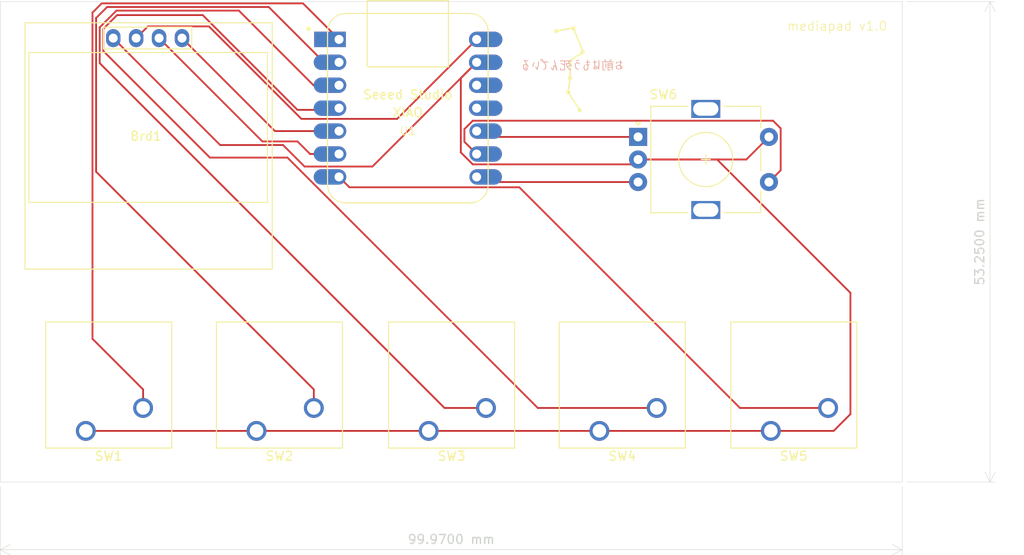
<source format=kicad_pcb>
(kicad_pcb (version 20240108) (generator "pcbnew") (generator_version "8.0")
  (layers (0 "F.Cu" signal) (31 "B.Cu" signal) (34 "B.Paste" user) (35 "F.Paste" user) (36 "B.SilkS" user "B.Silkscreen") (37 "F.SilkS" user "F.Silkscreen") (38 "B.Mask" user) (39 "F.Mask" user) (44 "Edge.Cuts" user))
  (net 0 "")
  (net 1 "GND")
  (net 2 "SDA")
  (net 3 "+5V")
  (net 4 "SCL")
  (net 5 "Net-(U1-PA02_A0_D0)")
  (net 6 "Net-(U1-PA5_A9_D9_MISO)")
  (net 7 "Net-(U1-PA7_A8_D8_SCK)")
  (net 8 "Net-(U1-PB09_A7_D7_RX)")
  (net 9 "Net-(U1-PB08_A6_D6_TX)")
  (net 10 "Net-(U1-PA10_A2_D2)")
  (net 11 "Net-(U1-PA4_A1_D1)")
  (net 12 "Net-(U1-PA11_A3_D3)")
  (footprint "Button_Switch_Keyboard:SW_Cherry_MX_1.00u_PCB" (layer "F.Cu") (at 184.46 125.08 180)
    (property "Reference" "SW4" (at -2.54 -2.794 0) (layer "F.SilkS"))
    (property "Value" "SW_Push")
    (fp_line (start 4.445 12.065) (end -9.525 12.065) (stroke (width 0.12)) (layer "F.SilkS"))
    (fp_line (start 4.445 -1.905) (end 4.445 12.065) (stroke (width 0.12)) (layer "F.SilkS"))
    (fp_line (start -9.525 12.065) (end -9.525 -1.905) (stroke (width 0.12)) (layer "F.SilkS"))
    (fp_line (start -9.525 -1.905) (end 4.445 -1.905) (stroke (width 0.12)) (layer "F.SilkS"))
    (pad "" np_thru_hole circle (at -7.62 5.08 180) (size 1.7 1.7) (drill 1.7) (layers "*.Cu" "*.Mask"))
    (pad "" np_thru_hole circle (at -2.54 5.08 180) (size 4 4) (drill 4) (layers "*.Cu" "*.Mask"))
    (pad "" np_thru_hole circle (at 2.54 5.08 180) (size 1.7 1.7) (drill 1.7) (layers "*.Cu" "*.Mask"))
    (pad "1" thru_hole circle (at 0 0 180) (size 2.2 2.2) (drill 1.5) (layers "*.Cu" "*.Mask") (net 1 "GND"))
    (pad "2" thru_hole circle (at -6.35 2.54 180) (size 2.2 2.2) (drill 1.5) (layers "*.Cu" "*.Mask") (net 12 "Net-(U1-PA11_A3_D3)"))
  )
  (footprint "Button_Switch_Keyboard:SW_Cherry_MX_1.00u_PCB" (layer "F.Cu") (at 127.54 125.08 180)
    (property "Reference" "SW1" (at -2.54 -2.794 0) (layer "F.SilkS"))
    (property "Value" "SW_Push")
    (fp_line (start 4.445 12.065) (end -9.525 12.065) (stroke (width 0.12)) (layer "F.SilkS"))
    (fp_line (start 4.445 -1.905) (end 4.445 12.065) (stroke (width 0.12)) (layer "F.SilkS"))
    (fp_line (start -9.525 12.065) (end -9.525 -1.905) (stroke (width 0.12)) (layer "F.SilkS"))
    (fp_line (start -9.525 -1.905) (end 4.445 -1.905) (stroke (width 0.12)) (layer "F.SilkS"))
    (pad "" np_thru_hole circle (at -7.62 5.08 180) (size 1.7 1.7) (drill 1.7) (layers "*.Cu" "*.Mask"))
    (pad "" np_thru_hole circle (at -2.54 5.08 180) (size 4 4) (drill 4) (layers "*.Cu" "*.Mask"))
    (pad "" np_thru_hole circle (at 2.54 5.08 180) (size 1.7 1.7) (drill 1.7) (layers "*.Cu" "*.Mask"))
    (pad "1" thru_hole circle (at 0 0 180) (size 2.2 2.2) (drill 1.5) (layers "*.Cu" "*.Mask") (net 1 "GND"))
    (pad "2" thru_hole circle (at -6.35 2.54 180) (size 2.2 2.2) (drill 1.5) (layers "*.Cu" "*.Mask") (net 5 "Net-(U1-PA02_A0_D0)"))
  )
  (footprint "Rotary_Encoder:RotaryEncoder_Alps_EC11E-Switch_Vertical_H20mm" (layer "F.Cu") (at 188.75 92.5)
    (property "Reference" "SW6" (at 2.8 -4.7 0) (layer "F.SilkS"))
    (property "Value" "RotaryEncoder_Switch")
    (fp_line (start -0.3 -1.6) (end 0.3 -1.6) (stroke (width 0.12)) (layer "F.SilkS"))
    (fp_line (start 0 -1.3) (end -0.3 -1.6) (stroke (width 0.12)) (layer "F.SilkS"))
    (fp_line (start 0.3 -1.6) (end 0 -1.3) (stroke (width 0.12)) (layer "F.SilkS"))
    (fp_line (start 1.4 -3.4) (end 1.4 8.4) (stroke (width 0.12)) (layer "F.SilkS"))
    (fp_line (start 5.5 -3.4) (end 1.4 -3.4) (stroke (width 0.12)) (layer "F.SilkS"))
    (fp_line (start 5.5 8.4) (end 1.4 8.4) (stroke (width 0.12)) (layer "F.SilkS"))
    (fp_line (start 7 2.5) (end 8 2.5) (stroke (width 0.12)) (layer "F.SilkS"))
    (fp_line (start 7.5 2) (end 7.5 3) (stroke (width 0.12)) (layer "F.SilkS"))
    (fp_line (start 9.5 -3.4) (end 13.6 -3.4) (stroke (width 0.12)) (layer "F.SilkS"))
    (fp_line (start 13.6 -3.4) (end 13.6 -1) (stroke (width 0.12)) (layer "F.SilkS"))
    (fp_line (start 13.6 1.2) (end 13.6 3.8) (stroke (width 0.12)) (layer "F.SilkS"))
    (fp_line (start 13.6 6) (end 13.6 8.4) (stroke (width 0.12)) (layer "F.SilkS"))
    (fp_line (start 13.6 8.4) (end 9.5 8.4) (stroke (width 0.12)) (layer "F.SilkS"))
    (fp_circle (center 7.5 2.5) (end 10.5 2.5) (stroke (width 0.12)) (fill none) (layer "F.SilkS"))
    (pad "A" thru_hole rect (at 0 0) (size 2 2) (drill 1) (layers "*.Cu" "*.Mask") (net 6 "Net-(U1-PA5_A9_D9_MISO)"))
    (pad "B" thru_hole circle (at 0 5) (size 2 2) (drill 1) (layers "*.Cu" "*.Mask") (net 8 "Net-(U1-PB09_A7_D7_RX)"))
    (pad "C" thru_hole circle (at 0 2.5) (size 2 2) (drill 1) (layers "*.Cu" "*.Mask") (net 1 "GND"))
    (pad "MP" thru_hole rect (at 7.5 -3.1) (size 3.2 2) (drill oval 2.8 1.5) (layers "*.Cu" "*.Mask"))
    (pad "MP" thru_hole rect (at 7.5 8.1) (size 3.2 2) (drill oval 2.8 1.5) (layers "*.Cu" "*.Mask"))
    (pad "S1" thru_hole circle (at 14.5 5) (size 2 2) (drill 1) (layers "*.Cu" "*.Mask") (net 7 "Net-(U1-PA7_A8_D8_SCK)"))
    (pad "S2" thru_hole circle (at 14.5 0) (size 2 2) (drill 1) (layers "*.Cu" "*.Mask") (net 1 "GND"))
  )
  (footprint "Button_Switch_Keyboard:SW_Cherry_MX_1.00u_PCB" (layer "F.Cu") (at 165.54 125.08 180)
    (property "Reference" "SW3" (at -2.54 -2.794 0) (layer "F.SilkS"))
    (property "Value" "SW_Push")
    (fp_line (start 4.445 12.065) (end -9.525 12.065) (stroke (width 0.12)) (layer "F.SilkS"))
    (fp_line (start 4.445 -1.905) (end 4.445 12.065) (stroke (width 0.12)) (layer "F.SilkS"))
    (fp_line (start -9.525 12.065) (end -9.525 -1.905) (stroke (width 0.12)) (layer "F.SilkS"))
    (fp_line (start -9.525 -1.905) (end 4.445 -1.905) (stroke (width 0.12)) (layer "F.SilkS"))
    (pad "" np_thru_hole circle (at -7.62 5.08 180) (size 1.7 1.7) (drill 1.7) (layers "*.Cu" "*.Mask"))
    (pad "" np_thru_hole circle (at -2.54 5.08 180) (size 4 4) (drill 4) (layers "*.Cu" "*.Mask"))
    (pad "" np_thru_hole circle (at 2.54 5.08 180) (size 1.7 1.7) (drill 1.7) (layers "*.Cu" "*.Mask"))
    (pad "1" thru_hole circle (at 0 0 180) (size 2.2 2.2) (drill 1.5) (layers "*.Cu" "*.Mask") (net 1 "GND"))
    (pad "2" thru_hole circle (at -6.35 2.54 180) (size 2.2 2.2) (drill 1.5) (layers "*.Cu" "*.Mask") (net 10 "Net-(U1-PA10_A2_D2)"))
  )
  (footprint "SSD1306:128x64OLED" (layer "F.Cu") (at 134.2 92.15)
    (property "Reference" "Brd1" (at 0 0.254 0) (layer "F.SilkS"))
    (property "Value" "SSD1306")
    (fp_line (start -13.4 -12.3) (end 14 -12.3) (stroke (width 0.12)) (layer "F.SilkS"))
    (fp_line (start -13.4 15) (end -13.4 -12.3) (stroke (width 0.12)) (layer "F.SilkS"))
    (fp_line (start -12.978 -9.005) (end 10.122 -9.005) (stroke (width 0.12)) (layer "F.SilkS"))
    (fp_line (start -12.978 7.595) (end -12.978 -9.005) (stroke (width 0.12)) (layer "F.SilkS"))
    (fp_line (start -4.699 -11.811) (end -4.699 -9.398) (stroke (width 0.12)) (layer "F.SilkS"))
    (fp_line (start -4.699 -11.811) (end 5.08 -11.811) (stroke (width 0.12)) (layer "F.SilkS"))
    (fp_line (start 5.08 -11.811) (end 5.08 -9.398) (stroke (width 0.12)) (layer "F.SilkS"))
    (fp_line (start 5.08 -9.398) (end -4.699 -9.398) (stroke (width 0.12)) (layer "F.SilkS"))
    (fp_line (start 10.122 -9.005) (end 13.208 -9.005) (stroke (width 0.12)) (layer "F.SilkS"))
    (fp_line (start 10.122 7.595) (end -12.978 7.595) (stroke (width 0.12)) (layer "F.SilkS"))
    (fp_line (start 10.122 7.595) (end 13.462 7.62) (stroke (width 0.12)) (layer "F.SilkS"))
    (fp_line (start 13.462 -9.017) (end 13.208 -9.005) (stroke (width 0.12)) (layer "F.SilkS"))
    (fp_line (start 13.462 7.62) (end 13.462 -9.017) (stroke (width 0.12)) (layer "F.SilkS"))
    (fp_line (start 14 -12.3) (end 14 15) (stroke (width 0.12)) (layer "F.SilkS"))
    (fp_line (start 14 15) (end -13.4 15) (stroke (width 0.12)) (layer "F.SilkS"))
    (pad "1" thru_hole oval (at -3.62 -10.6 90) (size 2 1.6) (drill 1) (layers "*.Cu" "*.Mask") (net 1 "GND"))
    (pad "2" thru_hole oval (at -1.08 -10.6 90) (size 2 1.6) (drill 1) (layers "*.Cu" "*.Mask") (net 3 "+5V"))
    (pad "3" thru_hole oval (at 1.46 -10.6 90) (size 2 1.6) (drill 1) (layers "*.Cu" "*.Mask") (net 4 "SCL"))
    (pad "4" thru_hole oval (at 4 -10.6 90) (size 2 1.6) (drill 1) (layers "*.Cu" "*.Mask") (net 2 "SDA"))
  )
  (footprint "Seeed Studio XIAO Series Library:XIAO-Generic-Hybrid-14P-2.54-21X17.8MM" (layer "F.Cu") (at 163.229 89.31253)
    (property "Reference" "U1" (at 0 2.54 0) (layer "F.SilkS") (effects (font (size 0.889 0.889) (thickness 0.1016))))
    (property "Value" "MOUDLE-SEEEDUINO-XIAO" (hide yes))
    (fp_line (start -8.9 -8.5) (end -8.9 8.5) (stroke (width 0.127)) (layer "F.SilkS"))
    (fp_line (start -6.9 10.5) (end 6.9 10.5) (stroke (width 0.127)) (layer "F.SilkS"))
    (fp_line (start -4.5 -11.92403) (end 4.5 -11.92403) (stroke (width 0.127)) (layer "F.SilkS"))
    (fp_line (start -4.5 -4.57073) (end -4.5 -11.92403) (stroke (width 0.127)) (layer "F.SilkS"))
    (fp_line (start 4.5 -11.92403) (end 4.5 -4.57073) (stroke (width 0.127)) (layer "F.SilkS"))
    (fp_line (start 4.5 -4.57073) (end -4.5 -4.57073) (stroke (width 0.127)) (layer "F.SilkS"))
    (fp_line (start 6.9 -10.49909) (end -6.9 -10.49909) (stroke (width 0.127)) (layer "F.SilkS"))
    (fp_line (start 8.9 8.5) (end 8.9 -8.5) (stroke (width 0.127)) (layer "F.SilkS"))
    (fp_arc (start -8.9 -8.5) (mid -8.301491 -9.901491) (end -6.9 -10.5) (stroke (width 0.12)) (layer "F.SilkS"))
    (fp_arc (start -6.9 10.5) (mid -8.301423 9.901423) (end -8.9 8.5) (stroke (width 0.12)) (layer "F.SilkS"))
    (fp_arc (start 6.9 -10.5) (mid 8.301494 -9.901494) (end 8.9 -8.5) (stroke (width 0.12)) (layer "F.SilkS"))
    (fp_arc (start 8.9 8.5) (mid 8.314214 9.914214) (end 6.9 10.5) (stroke (width 0.12)) (layer "F.SilkS"))
    (fp_circle (center -11 -8.8) (end -11 -9.054) (fill solid) (layer "F.SilkS"))
    (fp_poly (pts (xy -8.887715 -8.561705) (xy -8.884667 -8.610473) (xy -8.880603 -8.659494)) (stroke (width 0.0254)) (fill none) (layer "F.SilkS"))
    (fp_poly (pts (xy 8.889492 8.521574) (xy 8.887713 8.57085) (xy 8.884665 8.619618) (xy 8.880601 8.668639) (xy 8.875268 8.717407) (xy 8.868664 8.766175) (xy 8.861044 8.81469) (xy 8.852153 8.86295) (xy 8.842248 8.910955)) (stroke (width 0.0254)) (fill none) (layer "F.SilkS"))
    (fp_text user "XIAO" (at 0 0.5 0) (layer "F.SilkS"))
    (fp_text user "Seeed Studio" (at 0 -1.5 0) (layer "F.SilkS"))
    (pad "1" thru_hole rect (at -7.625 -7.62) (size 3.5 1.7) (drill 1 (offset -1 0)) (layers "*.Cu" "*.Mask") (net 5 "Net-(U1-PA02_A0_D0)"))
    (pad "2" thru_hole oval (at -7.625 -5.08) (size 3.6 1.7) (drill 1 (offset -1 0)) (layers "*.Cu" "*.Mask") (net 11 "Net-(U1-PA4_A1_D1)"))
    (pad "3" thru_hole oval (at -7.625 -2.54) (size 3.6 1.7) (drill 1 (offset -1 0)) (layers "*.Cu" "*.Mask") (net 10 "Net-(U1-PA10_A2_D2)"))
    (pad "4" thru_hole oval (at -7.625 0) (size 3.6 1.7) (drill 1 (offset -1 0)) (layers "*.Cu" "*.Mask") (net 12 "Net-(U1-PA11_A3_D3)"))
    (pad "5" thru_hole oval (at -7.625 2.54) (size 3.6 1.7) (drill 1 (offset -1 0)) (layers "*.Cu" "*.Mask") (net 2 "SDA"))
    (pad "6" thru_hole oval (at -7.625 5.08 180) (size 3.6 1.7) (drill 1 (offset 1 0)) (layers "*.Cu" "*.Mask") (net 4 "SCL"))
    (pad "7" thru_hole oval (at -7.625 7.62) (size 3.6 1.7) (drill 1 (offset -1 0)) (layers "*.Cu" "*.Mask") (net 9 "Net-(U1-PB08_A6_D6_TX)"))
    (pad "8" thru_hole oval (at 7.625 7.62) (size 3.6 1.7) (drill 1 (offset 1 0)) (layers "*.Cu" "*.Mask") (net 8 "Net-(U1-PB09_A7_D7_RX)"))
    (pad "9" thru_hole oval (at 7.625 5.08) (size 3.6 1.7) (drill 1 (offset 1 0)) (layers "*.Cu" "*.Mask") (net 7 "Net-(U1-PA7_A8_D8_SCK)"))
    (pad "10" thru_hole oval (at 7.625 2.54) (size 3.6 1.7) (drill 1 (offset 1 0)) (layers "*.Cu" "*.Mask") (net 6 "Net-(U1-PA5_A9_D9_MISO)"))
    (pad "11" thru_hole oval (at 7.625 0) (size 3.7 1.7) (drill 1 (offset 1 0)) (layers "*.Cu" "*.Mask"))
    (pad "12" thru_hole oval (at 7.625 -2.54) (size 3.7 1.7) (drill 1 (offset 1 0)) (layers "*.Cu" "*.Mask"))
    (pad "13" thru_hole oval (at 7.625 -5.08) (size 3.7 1.7) (drill 1 (offset 1 0)) (layers "*.Cu" "*.Mask") (net 1 "GND"))
    (pad "14" thru_hole oval (at 7.625 -7.62) (size 3.7 1.7) (drill 1 (offset 1 0)) (layers "*.Cu" "*.Mask") (net 3 "+5V"))
  )
  (footprint "graphics:dipper" (layer "F.Cu") (at 183.488038 81.796655 90)
    (property "Reference" "G***" (hide yes))
    (property "Value" "LOGO" (hide yes))
    (fp_poly (pts (xy 1.124394 -4.004377) (xy 1.207131 -3.937448) (xy 1.249175 -3.842273) (xy 1.247203 -3.73788) (xy 1.197893 -3.643298) (xy 1.189079 -3.633952) (xy 1.177069 -3.613637) (xy 1.171607 -3.578029) (xy 1.173564 -3.52015) (xy 1.183811 -3.433023) (xy 1.20322 -3.309671) (xy 1.232661 -3.143118) (xy 1.273006 -2.926385) (xy 1.285965 -2.857914) (xy 1.330747 -2.624854) (xy 1.367134 -2.443845) (xy 1.397048 -2.307565) (xy 1.422411 -2.208693) (xy 1.445145 -2.139909) (xy 1.46717 -2.093892) (xy 1.49041 -2.063321) (xy 1.49598 -2.057844) (xy 1.554484 -1.970881) (xy 1.565178 -1.877434) (xy 1.536867 -1.788729) (xy 1.478354 -1.71599) (xy 1.398445 -1.670443) (xy 1.305943 -1.663311) (xy 1.216168 -1.701108) (xy 1.196916 -1.710766) (xy 1.170228 -1.714242) (xy 1.130737 -1.709689) (xy 1.073078 -1.695256) (xy 0.991888 -1.669095) (xy 0.8818 -1.629356) (xy 0.737451 -1.57419) (xy 0.553475 -1.501748) (xy 0.324507 -1.41018) (xy 0.045183 -1.297639) (xy 0.042666 -1.296623) (xy -0.201181 -1.197329) (xy -0.427125 -1.103682) (xy -0.629126 -1.018308) (xy -0.801141 -0.943834) (xy -0.937129 -0.882888) (xy -1.031048 -0.838097) (xy -1.076856 -0.812088) (xy -1.080338 -0.808266) (xy -1.133557 -0.725269) (xy -1.220391 -0.674437) (xy -1.321216 -0.660207) (xy -1.416407 -0.687012) (xy -1.460604 -0.722331) (xy -1.498615 -0.79228) (xy -1.520218 -0.884452) (xy -1.5211 -0.895581) (xy -1.53961 -0.961184) (xy -1.585909 -1.062584) (xy -1.654007 -1.190394) (xy -1.737915 -1.335232) (xy -1.831642 -1.48771) (xy -1.929199 -1.638445) (xy -2.024596 -1.778051) (xy -2.111843 -1.897144) (xy -2.18495 -1.986337) (xy -2.237927 -2.036247) (xy -2.253678 -2.043401) (xy -2.324807 -2.075102) (xy -2.357446 -2.107054) (xy -2.374131 -2.123834) (xy -2.402718 -2.137259) (xy -2.45032 -2.147999) (xy -2.524051 -2.156723) (xy -2.631025 -2.164101) (xy -2.778357 -2.170803) (xy -2.97316 -2.177499) (xy -3.166912 -2.183271) (xy -3.938451 -2.205429) (xy -4.016729 -2.127151) (xy -4.113165 -2.061439) (xy -4.210618 -2.055959) (xy -4.308804 -2.110698) (xy -4.342684 -2.143433) (xy -4.375688 -2.177014) (xy -4.409429 -2.202773) (xy -4.453301 -2.223096) (xy -4.516698 -2.240372) (xy -4.609016 -2.256989) (xy -4.73965 -2.275335) (xy -4.917995 -2.297797) (xy -4.97998 -2.305422) (xy -5.528944 -2.372851) (xy -5.595541 -2.312191) (xy -5.655219 -2.272922) (xy -5.729143 -2.2631) (xy -5.791389 -2.268889) (xy -5.828431 -2.272793) (xy -5.864341 -2.271681) (xy -5.90509 -2.262274) (xy -5.956646 -2.24129) (xy -6.024977 -2.205448) (xy -6.116053 -2.151469) (xy -6.235843 -2.076072) (xy -6.390315 -1.975975) (xy -6.585438 -1.847898) (xy -6.726631 -1.754857) (xy -6.956885 -1.60235) (xy -7.140871 -1.478687) (xy -7.283213 -1.380437) (xy -7.388529 -1.304167) (xy -7.461443 -1.246446) (xy -7.506575 -1.20384) (xy -7.528547 -1.17292) (xy -7.532622 -1.156269) (xy -7.559562 -1.075777) (xy -7.62842 -1.012096) (xy -7.721254 -0.975099) (xy -7.820122 -0.974662) (xy -7.847642 -0.982892) (xy -7.905657 -1.031566) (xy -7.951209 -1.113383) (xy -7.971868 -1.201222) (xy -7.967502 -1.244388) (xy -7.921659 -1.342306) (xy -7.850573 -1.395602) (xy -7.74173 -1.412068) (xy -7.699933 -1.410996) (xy -7.656497 -1.409492) (xy -7.616161 -1.412133) (xy -7.57274 -1.422291) (xy -7.520051 -1.443336) (xy -7.451912 -1.478637) (xy -7.362138 -1.531566) (xy -7.244546 -1.605493) (xy -7.092953 -1.703788) (xy -6.901177 -1.829821) (xy -6.756762 -1.925101) (xy -6.528524 -2.076479) (xy -6.346555 -2.199041) (xy -6.206225 -2.296233) (xy -6.102904 -2.371503) (xy -6.031963 -2.428296) (xy -5.988773 -2.470059) (xy -5.968706 -2.500238) (xy -5.965836 -2.513931) (xy -5.939267 -2.593171) (xy -5.872722 -2.662975) (xy -5.785948 -2.705857) (xy -5.742472 -2.711743) (xy -5.647643 -2.682004) (xy -5.568552 -2.61537) (xy -5.534987 -2.581035) (xy -5.501227 -2.55483) (xy -5.457796 -2.534328) (xy -5.395223 -2.517106) (xy -5.304032 -2.500738) (xy -5.174751 -2.482802) (xy -4.997905 -2.460871) (xy -4.935169 -2.453272) (xy -4.742487 -2.430201) (xy -4.600642 -2.414385) (xy -4.500665 -2.405687) (xy -4.433586 -2.403972) (xy -4.390436 -2.409103) (xy -4.362246 -2.420946) (xy -4.340045 -2.439364) (xy -4.33517 -2.444189) (xy -4.248029 -2.492802) (xy -4.142476 -2.499068) (xy -4.041823 -2.464118) (xy -3.997019 -2.427759) (xy -3.974802 -2.405305) (xy -3.949827 -2.387762) (xy -3.914548 -2.374266) (xy -3.861418 -2.363952) (xy -3.782893 -2.355956) (xy -3.671426 -2.349414) (xy -3.519471 -2.343461) (xy -3.319483 -2.337232) (xy -3.168754 -2.332873) (xy -2.922539 -2.326444) (xy -2.72964 -2.323045) (xy -2.58318 -2.322825) (xy -2.476282 -2.325936) (xy -2.40207 -2.33253) (xy -2.353668 -2.342755) (xy -2.33318 -2.351212) (xy -2.2378 -2.376782) (xy -2.154223 -2.355348) (xy -2.098376 -2.293783) (xy -2.085135 -2.244177) (xy -2.065743 -2.189125) (xy -2.016697 -2.09195) (xy -1.942318 -1.960301) (xy -1.846923 -1.801826) (xy -1.736681 -1.627046) (xy -1.621605 -1.449374) (xy -1.533444 -1.316609) (xy -1.467217 -1.222532) (xy -1.417939 -1.160922) (xy -1.380628 -1.125561) (xy -1.350302 -1.11023) (xy -1.321976 -1.10871) (xy -1.321421 -1.108774) (xy -1.242854 -1.096802) (xy -1.174578 -1.060212) (xy -1.103477 -1.002637) (xy -0.003899 -1.446705) (xy 0.279463 -1.561548) (xy 0.511669 -1.656724) (xy 0.697687 -1.734509) (xy 0.842485 -1.797177) (xy 0.95103 -1.847006) (xy 1.028292 -1.88627) (xy 1.079237 -1.917245) (xy 1.108834 -1.942208) (xy 1.121654 -1.96229) (xy 1.166976 -2.038352) (xy 1.208792 -2.08082) (xy 1.22781 -2.09685) (xy 1.24092 -2.116523) (xy 1.247383 -2.147315) (xy 1.24646 -2.196702) (xy 1.237411 -2.272159) (xy 1.219496 -2.38116) (xy 1.191977 -2.531181) (xy 1.154114 -2.729698) (xy 1.134546 -2.831428) (xy 1.091539 -3.053647) (xy 1.057431 -3.224415) (xy 1.029937 -3.351497) (xy 1.006776 -3.442656) (xy 0.985664 -3.505656) (xy 0.964319 -3.548262) (xy 0.940459 -3.578237) (xy 0.9118 -3.603345) (xy 0.90633 -3.607654) (xy 0.835434 -3.692292) (xy 0.81106 -3.787214) (xy 0.82651 -3.880236) (xy 0.875088 -3.959175) (xy 0.950097 -4.011849) (xy 1.04484 -4.026075)) (fill solid) (layer "F.SilkS"))
  )
  (footprint "Button_Switch_Keyboard:SW_Cherry_MX_1.00u_PCB" (layer "F.Cu") (at 146.46 125.08 180)
    (property "Reference" "SW2" (at -2.54 -2.794 0) (layer "F.SilkS"))
    (property "Value" "SW_Push")
    (fp_line (start 4.445 12.065) (end -9.525 12.065) (stroke (width 0.12)) (layer "F.SilkS"))
    (fp_line (start 4.445 -1.905) (end 4.445 12.065) (stroke (width 0.12)) (layer "F.SilkS"))
    (fp_line (start -9.525 12.065) (end -9.525 -1.905) (stroke (width 0.12)) (layer "F.SilkS"))
    (fp_line (start -9.525 -1.905) (end 4.445 -1.905) (stroke (width 0.12)) (layer "F.SilkS"))
    (pad "" np_thru_hole circle (at -7.62 5.08 180) (size 1.7 1.7) (drill 1.7) (layers "*.Cu" "*.Mask"))
    (pad "" np_thru_hole circle (at -2.54 5.08 180) (size 4 4) (drill 4) (layers "*.Cu" "*.Mask"))
    (pad "" np_thru_hole circle (at 2.54 5.08 180) (size 1.7 1.7) (drill 1.7) (layers "*.Cu" "*.Mask"))
    (pad "1" thru_hole circle (at 0 0 180) (size 2.2 2.2) (drill 1.5) (layers "*.Cu" "*.Mask") (net 1 "GND"))
    (pad "2" thru_hole circle (at -6.35 2.54 180) (size 2.2 2.2) (drill 1.5) (layers "*.Cu" "*.Mask") (net 11 "Net-(U1-PA4_A1_D1)"))
  )
  (footprint "Button_Switch_Keyboard:SW_Cherry_MX_1.00u_PCB" (layer "F.Cu") (at 203.46 125.08 180)
    (property "Reference" "SW5" (at -2.54 -2.794 0) (layer "F.SilkS"))
    (property "Value" "SW_Push")
    (fp_line (start 4.445 12.065) (end -9.525 12.065) (stroke (width 0.12)) (layer "F.SilkS"))
    (fp_line (start 4.445 -1.905) (end 4.445 12.065) (stroke (width 0.12)) (layer "F.SilkS"))
    (fp_line (start -9.525 12.065) (end -9.525 -1.905) (stroke (width 0.12)) (layer "F.SilkS"))
    (fp_line (start -9.525 -1.905) (end 4.445 -1.905) (stroke (width 0.12)) (layer "F.SilkS"))
    (pad "" np_thru_hole circle (at -7.62 5.08 180) (size 1.7 1.7) (drill 1.7) (layers "*.Cu" "*.Mask"))
    (pad "" np_thru_hole circle (at -2.54 5.08 180) (size 4 4) (drill 4) (layers "*.Cu" "*.Mask"))
    (pad "" np_thru_hole circle (at 2.54 5.08 180) (size 1.7 1.7) (drill 1.7) (layers "*.Cu" "*.Mask"))
    (pad "1" thru_hole circle (at 0 0 180) (size 2.2 2.2) (drill 1.5) (layers "*.Cu" "*.Mask") (net 1 "GND"))
    (pad "2" thru_hole circle (at -6.35 2.54 180) (size 2.2 2.2) (drill 1.5) (layers "*.Cu" "*.Mask") (net 9 "Net-(U1-PB08_A6_D6_TX)"))
  )
  (gr_rect (start 118.055 77.5) (end 218.025 130.75) (stroke (width 0.05)) (fill none) (layer "Edge.Cuts"))
  (gr_text "お前はもう死んでいる" (at 187.2 85.2 0) (layer "B.SilkS") (effects (font (size 1 1) (thickness 0.1)) (justify left bottom mirror)))
  (gr_text "mediapad v1.0" (at 205.2 80.8 0) (layer "F.SilkS") (effects (font (size 1 1) (thickness 0.1)) (justify left bottom)))
  (dimension (type aligned) (layer "Edge.Cuts") (pts (xy 118.055 130.75) (xy 218.025 130.75)) (height 7.5) (gr_text "99.9700 mm" (at 168.04 137.1 0) (layer "Edge.Cuts") (effects (font (size 1 1) (thickness 0.15)))) (format (prefix "") (suffix "") (units 3) (units_format 1) (precision 4)) (style (thickness 0.05) (arrow_length 1.27) (text_position_mode 0) (extension_height 0.58642) (extension_offset 0.5) keep_text_aligned))
  (dimension (type aligned) (layer "Edge.Cuts") (pts (xy 218.025 130.75) (xy 218.025 77.5)) (height 9.725) (gr_text "53.2500 mm" (at 226.6 104.125 90) (layer "Edge.Cuts") (effects (font (size 1 1) (thickness 0.15)))) (format (prefix "") (suffix "") (units 3) (units_format 1) (precision 4)) (style (thickness 0.05) (arrow_length 1.27) (text_position_mode 0) (extension_height 0.58642) (extension_offset 0.5) keep_text_aligned))
  (segment (start 212.28 123.22) (end 210.42 125.08) (width 0.2) (layer "F.Cu") (net 1))
  (segment (start 188.20747 95.54253) (end 170.427654 95.54253) (width 0.2) (layer "F.Cu") (net 1))
  (segment (start 165.54 125.08) (end 184.46 125.08) (width 0.2) (layer "F.Cu") (net 1))
  (segment (start 184.46 125.08) (end 203.46 125.08) (width 0.2) (layer "F.Cu") (net 1))
  (segment (start 197.5 95) (end 212.28 109.78) (width 0.2) (layer "F.Cu") (net 1))
  (segment (start 169.1 85.98653) (end 170.854 84.23253) (width 0.2) (layer "F.Cu") (net 1))
  (segment (start 142.43 93.4) (end 149.4 93.4) (width 0.2) (layer "F.Cu") (net 1))
  (segment (start 170.427654 95.54253) (end 169.1 94.214876) (width 0.2) (layer "F.Cu") (net 1))
  (segment (start 159.304 95.78253) (end 170.854 84.23253) (width 0.2) (layer "F.Cu") (net 1))
  (segment (start 169.1 94.214876) (end 169.1 85.98653) (width 0.2) (layer "F.Cu") (net 1))
  (segment (start 149.4 93.4) (end 151.78253 95.78253) (width 0.2) (layer "F.Cu") (net 1))
  (segment (start 203.25 92.5) (end 200.75 95) (width 0.2) (layer "F.Cu") (net 1))
  (segment (start 130.58 81.55) (end 142.43 93.4) (width 0.2) (layer "F.Cu") (net 1))
  (segment (start 210.42 125.08) (end 203.46 125.08) (width 0.2) (layer "F.Cu") (net 1))
  (segment (start 151.78253 95.78253) (end 159.304 95.78253) (width 0.2) (layer "F.Cu") (net 1))
  (segment (start 212.28 109.78) (end 212.28 123.22) (width 0.2) (layer "F.Cu") (net 1))
  (segment (start 188.75 95) (end 197.5 95) (width 0.2) (layer "F.Cu") (net 1))
  (segment (start 200.75 95) (end 188.75 95) (width 0.2) (layer "F.Cu") (net 1))
  (segment (start 188.75 95) (end 188.20747 95.54253) (width 0.2) (layer "F.Cu") (net 1))
  (segment (start 146.46 125.08) (end 165.54 125.08) (width 0.2) (layer "F.Cu") (net 1))
  (segment (start 127.54 125.08) (end 146.46 125.08) (width 0.2) (layer "F.Cu") (net 1))
  (segment (start 138.2 81.55) (end 148.50253 91.85253) (width 0.2) (layer "F.Cu") (net 2))
  (segment (start 148.50253 91.85253) (end 155.604 91.85253) (width 0.2) (layer "F.Cu") (net 2))
  (segment (start 151.434314 90.5) (end 162.04653 90.5) (width 0.2) (layer "F.Cu") (net 3))
  (segment (start 162.04653 90.5) (end 170.854 81.69253) (width 0.2) (layer "F.Cu") (net 3))
  (segment (start 134.42 80.25) (end 141.184314 80.25) (width 0.2) (layer "F.Cu") (net 3))
  (segment (start 141.184314 80.25) (end 151.434314 90.5) (width 0.2) (layer "F.Cu") (net 3))
  (segment (start 133.12 81.55) (end 134.42 80.25) (width 0.2) (layer "F.Cu") (net 3))
  (segment (start 135.66 81.55) (end 147.11 93) (width 0.2) (layer "F.Cu") (net 4))
  (segment (start 151 93) (end 152.39253 94.39253) (width 0.2) (layer "F.Cu") (net 4))
  (segment (start 152.39253 94.39253) (end 155.604 94.39253) (width 0.2) (layer "F.Cu") (net 4))
  (segment (start 147.11 93) (end 151 93) (width 0.2) (layer "F.Cu") (net 4))
  (segment (start 151.61147 77.7) (end 155.604 81.69253) (width 0.2) (layer "F.Cu") (net 5))
  (segment (start 133.89 120.486598) (end 128.28 114.876598) (width 0.2) (layer "F.Cu") (net 5))
  (segment (start 128.28 114.876598) (end 128.28 78.72) (width 0.2) (layer "F.Cu") (net 5))
  (segment (start 133.89 122.54) (end 133.89 120.486598) (width 0.2) (layer "F.Cu") (net 5))
  (segment (start 128.28 78.72) (end 129.3 77.7) (width 0.2) (layer "F.Cu") (net 5))
  (segment (start 129.3 77.7) (end 151.61147 77.7) (width 0.2) (layer "F.Cu") (net 5))
  (segment (start 171.50147 92.5) (end 170.854 91.85253) (width 0.2) (layer "F.Cu") (net 6))
  (segment (start 188.75 92.5) (end 171.50147 92.5) (width 0.2) (layer "F.Cu") (net 6))
  (segment (start 169.5 91.630184) (end 169.5 93.03853) (width 0.2) (layer "F.Cu") (net 7))
  (segment (start 203.70253 90.70253) (end 170.427654 90.70253) (width 0.2) (layer "F.Cu") (net 7))
  (segment (start 169.5 93.03853) (end 170.854 94.39253) (width 0.2) (layer "F.Cu") (net 7))
  (segment (start 203.25 97.5) (end 204.55 96.2) (width 0.2) (layer "F.Cu") (net 7))
  (segment (start 204.55 96.2) (end 204.55 91.55) (width 0.2) (layer "F.Cu") (net 7))
  (segment (start 204.55 91.55) (end 203.70253 90.70253) (width 0.2) (layer "F.Cu") (net 7))
  (segment (start 170.427654 90.70253) (end 169.5 91.630184) (width 0.2) (layer "F.Cu") (net 7))
  (segment (start 188.75 97.5) (end 171.42147 97.5) (width 0.2) (layer "F.Cu") (net 8))
  (segment (start 171.42147 97.5) (end 170.854 96.93253) (width 0.2) (layer "F.Cu") (net 8))
  (segment (start 200.04 122.54) (end 175.58253 98.08253) (width 0.2) (layer "F.Cu") (net 9))
  (segment (start 209.81 122.54) (end 200.04 122.54) (width 0.2) (layer "F.Cu") (net 9))
  (segment (start 175.58253 98.08253) (end 156.754 98.08253) (width 0.2) (layer "F.Cu") (net 9))
  (segment (start 156.754 98.08253) (end 155.604 96.93253) (width 0.2) (layer "F.Cu") (net 9))
  (segment (start 144.5 78.5) (end 152.77253 86.77253) (width 0.2) (layer "F.Cu") (net 10))
  (segment (start 167.296598 122.54) (end 129.08 84.323402) (width 0.2) (layer "F.Cu") (net 10))
  (segment (start 129.08 84.323402) (end 129.08 80.354314) (width 0.2) (layer "F.Cu") (net 10))
  (segment (start 171.89 122.54) (end 167.296598 122.54) (width 0.2) (layer "F.Cu") (net 10))
  (segment (start 130.934314 78.5) (end 144.5 78.5) (width 0.2) (layer "F.Cu") (net 10))
  (segment (start 129.08 80.354314) (end 130.934314 78.5) (width 0.2) (layer "F.Cu") (net 10))
  (segment (start 152.77253 86.77253) (end 155.604 86.77253) (width 0.2) (layer "F.Cu") (net 10))
  (segment (start 128.68 96.356598) (end 128.68 79.32) (width 0.2) (layer "F.Cu") (net 11))
  (segment (start 152.81 122.54) (end 152.81 120.486598) (width 0.2) (layer "F.Cu") (net 11))
  (segment (start 128.68 79.32) (end 129.9 78.1) (width 0.2) (layer "F.Cu") (net 11))
  (segment (start 152.81 120.486598) (end 128.68 96.356598) (width 0.2) (layer "F.Cu") (net 11))
  (segment (start 153.944 84.23253) (end 155.604 84.23253) (width 0.2) (layer "F.Cu") (net 11))
  (segment (start 147.81147 78.1) (end 153.944 84.23253) (width 0.2) (layer "F.Cu") (net 11))
  (segment (start 129.9 78.1) (end 147.81147 78.1) (width 0.2) (layer "F.Cu") (net 11))
  (segment (start 141.29253 94.79253) (end 129.48 82.98) (width 0.2) (layer "F.Cu") (net 12))
  (segment (start 190.81 122.54) (end 177.635124 122.54) (width 0.2) (layer "F.Cu") (net 12))
  (segment (start 149.887654 94.79253) (end 141.29253 94.79253) (width 0.2) (layer "F.Cu") (net 12))
  (segment (start 129.48 80.52) (end 131 79) (width 0.2) (layer "F.Cu") (net 12))
  (segment (start 131 79) (end 140.5 79) (width 0.2) (layer "F.Cu") (net 12))
  (segment (start 140.5 79) (end 151 89.5) (width 0.2) (layer "F.Cu") (net 12))
  (segment (start 151 89.5) (end 155.41653 89.5) (width 0.2) (layer "F.Cu") (net 12))
  (segment (start 177.635124 122.54) (end 149.887654 94.79253) (width 0.2) (layer "F.Cu") (net 12))
  (segment (start 129.48 82.98) (end 129.48 80.52) (width 0.2) (layer "F.Cu") (net 12))
  (segment (start 155.41653 89.5) (end 155.604 89.31253) (width 0.2) (layer "F.Cu") (net 12))
)
</source>
